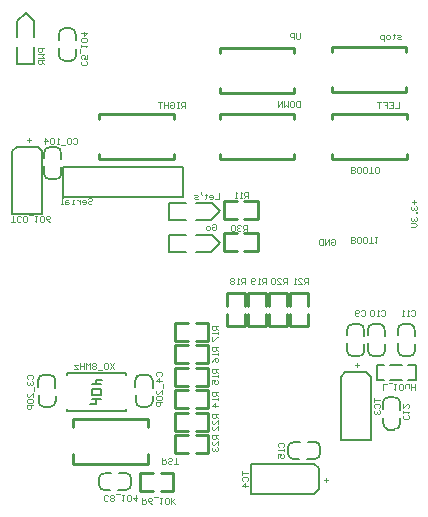
<source format=gbo>
G04*
G04 #@! TF.GenerationSoftware,Altium Limited,Altium Designer,18.0.11 (651)*
G04*
G04 Layer_Color=32896*
%FSLAX25Y25*%
%MOIN*%
G70*
G01*
G75*
%ADD11C,0.00787*%
%ADD13C,0.01000*%
%ADD14C,0.00800*%
%ADD15C,0.00299*%
%ADD16C,0.00276*%
%ADD78C,0.00600*%
D11*
X49500Y-165300D02*
G03*
X51100Y-163400I-150J1750D01*
G01*
X40400Y-163400D02*
G03*
X42500Y-165400I2050J50D01*
G01*
X42500Y-159700D02*
G03*
X40400Y-161400I-200J-1900D01*
G01*
X51100Y-161400D02*
G03*
X49500Y-159600I-1700J100D01*
G01*
X58300Y-128500D02*
G03*
X56400Y-126900I-1750J-150D01*
G01*
X56400Y-137600D02*
G03*
X58400Y-135500I-50J2050D01*
G01*
X52700Y-135500D02*
G03*
X54400Y-137600I1900J-200D01*
G01*
X54400Y-126900D02*
G03*
X52600Y-128500I-100J-1700D01*
G01*
X25935Y-128521D02*
G03*
X24035Y-126921I-1750J-150D01*
G01*
X24035Y-137621D02*
G03*
X26035Y-135521I-50J2050D01*
G01*
X20335Y-135521D02*
G03*
X22035Y-137621I1900J-200D01*
G01*
X22035Y-126921D02*
G03*
X20235Y-128521I-100J-1700D01*
G01*
X22200Y-60000D02*
G03*
X24100Y-61600I1750J150D01*
G01*
X24100Y-50900D02*
G03*
X22100Y-53000I50J-2050D01*
G01*
X27800Y-53000D02*
G03*
X26100Y-50900I-1900J200D01*
G01*
X26100Y-61600D02*
G03*
X27900Y-60000I100J1700D01*
G01*
X112500Y-154900D02*
G03*
X114100Y-153000I-150J1750D01*
G01*
X103400Y-153000D02*
G03*
X105500Y-155000I2050J50D01*
G01*
X105500Y-149300D02*
G03*
X103400Y-151000I-200J-1900D01*
G01*
X114100Y-151000D02*
G03*
X112500Y-149200I-1700J100D01*
G01*
X140800Y-136000D02*
G03*
X138900Y-134400I-1750J-150D01*
G01*
X138900Y-145100D02*
G03*
X140900Y-143000I-50J2050D01*
G01*
X135200Y-143000D02*
G03*
X136900Y-145100I1900J-200D01*
G01*
X136900Y-134400D02*
G03*
X135100Y-136000I-100J-1700D01*
G01*
X140100Y-119000D02*
G03*
X142000Y-120600I1750J150D01*
G01*
X142000Y-109900D02*
G03*
X140000Y-112000I50J-2050D01*
G01*
X145700Y-112000D02*
G03*
X144000Y-109900I-1900J200D01*
G01*
X144000Y-120600D02*
G03*
X145800Y-119000I100J1700D01*
G01*
X130100Y-119000D02*
G03*
X132000Y-120600I1750J150D01*
G01*
X132000Y-109900D02*
G03*
X130000Y-112000I50J-2050D01*
G01*
X135700Y-112000D02*
G03*
X134000Y-109900I-1900J200D01*
G01*
X134000Y-120600D02*
G03*
X135800Y-119000I100J1700D01*
G01*
X123200Y-119000D02*
G03*
X125100Y-120600I1750J150D01*
G01*
X125100Y-109900D02*
G03*
X123100Y-112000I50J-2050D01*
G01*
X128800Y-112000D02*
G03*
X127100Y-109900I-1900J200D01*
G01*
X127100Y-120600D02*
G03*
X128900Y-119000I100J1700D01*
G01*
X27100Y-20500D02*
G03*
X29000Y-22100I1750J150D01*
G01*
X29000Y-11400D02*
G03*
X27000Y-13500I50J-2050D01*
G01*
X32700Y-13500D02*
G03*
X31000Y-11400I-1900J200D01*
G01*
X31000Y-22100D02*
G03*
X32800Y-20500I100J1700D01*
G01*
X42500Y-159700D02*
X44300D01*
X40400Y-163400D02*
Y-161400D01*
X42500Y-165400D02*
X44100D01*
X46900Y-165300D02*
X49500D01*
X51100Y-163400D02*
Y-161400D01*
X47200Y-159600D02*
X49500D01*
X52700Y-135500D02*
Y-133700D01*
X54400Y-137600D02*
X56400D01*
X58400Y-135500D02*
Y-133900D01*
X58300Y-131100D02*
Y-128500D01*
X54400Y-126900D02*
X56400D01*
X52600Y-130800D02*
Y-128500D01*
X20335Y-135521D02*
Y-133721D01*
X22035Y-137621D02*
X24035D01*
X26035Y-135521D02*
Y-133921D01*
X25935Y-131121D02*
Y-128521D01*
X22035Y-126921D02*
X24035D01*
X20235Y-130821D02*
Y-128521D01*
X27800Y-54800D02*
Y-53000D01*
X24100Y-50900D02*
X26100D01*
X22100Y-54600D02*
Y-53000D01*
X22200Y-60000D02*
Y-57400D01*
X24100Y-61600D02*
X26100D01*
X27900Y-60000D02*
Y-57700D01*
X13000Y-50815D02*
X20000D01*
X21500Y-52315D01*
Y-73315D02*
Y-52315D01*
X11500D02*
X13000Y-50815D01*
X11500Y-73315D02*
Y-52315D01*
X12500Y-73315D02*
X21500D01*
X11500D02*
X20500D01*
X28500Y-67500D02*
Y-57500D01*
Y-67500D02*
X68500D01*
X28500Y-57500D02*
X68500D01*
Y-67500D02*
Y-57500D01*
X91185Y-165500D02*
Y-156500D01*
Y-166500D02*
Y-157500D01*
Y-156500D02*
X112185D01*
X113685Y-158000D01*
X91185Y-166500D02*
X112185D01*
X113685Y-165000D01*
Y-158000D01*
X105500Y-149300D02*
X107300D01*
X103400Y-153000D02*
Y-151000D01*
X105500Y-155000D02*
X107100D01*
X109900Y-154900D02*
X112500D01*
X114100Y-153000D02*
Y-151000D01*
X110200Y-149200D02*
X112500D01*
X135200Y-143000D02*
Y-141200D01*
X136900Y-145100D02*
X138900D01*
X140900Y-143000D02*
Y-141400D01*
X140800Y-138600D02*
Y-136000D01*
X136900Y-134400D02*
X138900D01*
X135100Y-138300D02*
Y-136000D01*
X145700Y-113800D02*
Y-112000D01*
X142000Y-109900D02*
X144000D01*
X140000Y-113600D02*
Y-112000D01*
X140100Y-119000D02*
Y-116400D01*
X142000Y-120600D02*
X144000D01*
X145800Y-119000D02*
Y-116700D01*
X135700Y-113800D02*
Y-112000D01*
X132000Y-109900D02*
X134000D01*
X130000Y-113600D02*
Y-112000D01*
X130100Y-119000D02*
Y-116400D01*
X132000Y-120600D02*
X134000D01*
X135800Y-119000D02*
Y-116700D01*
X128800Y-113800D02*
Y-112000D01*
X125100Y-109900D02*
X127100D01*
X123100Y-113600D02*
Y-112000D01*
X123200Y-119000D02*
Y-116400D01*
X125100Y-120600D02*
X127100D01*
X128900Y-119000D02*
Y-116700D01*
X121000Y-148500D02*
X130000D01*
X122000D02*
X131000D01*
X121000D02*
Y-127500D01*
X122500Y-126000D01*
X131000Y-148500D02*
Y-127500D01*
X129500Y-126000D02*
X131000Y-127500D01*
X122500Y-126000D02*
X129500D01*
X32700Y-15300D02*
Y-13500D01*
X29000Y-11400D02*
X31000D01*
X27000Y-15100D02*
Y-13500D01*
X27100Y-20500D02*
Y-17900D01*
X29000Y-22100D02*
X31000D01*
X32800Y-20500D02*
Y-18200D01*
D13*
X93299Y-75000D02*
Y-69000D01*
X82099Y-75000D02*
Y-69000D01*
X88799D02*
X93299D01*
X88799Y-75000D02*
X93299D01*
X82099Y-69000D02*
X86299D01*
X82099Y-75000D02*
X86299D01*
X54000Y-165500D02*
Y-159500D01*
X65200Y-165500D02*
Y-159500D01*
X54000Y-165500D02*
X58500D01*
X54000Y-159500D02*
X58500D01*
X61000Y-165500D02*
X65200D01*
X61000Y-159500D02*
X65200D01*
X93299Y-85500D02*
Y-79500D01*
X82099Y-85500D02*
Y-79500D01*
X88799D02*
X93299D01*
X88799Y-85500D02*
X93299D01*
X82099Y-79500D02*
X86299D01*
X82099Y-85500D02*
X86299D01*
X65364Y-41600D02*
Y-40020D01*
X40561Y-41600D02*
Y-40020D01*
X65364Y-54980D02*
Y-53400D01*
X40561Y-54980D02*
Y-53400D01*
Y-40020D02*
X65364D01*
X40561Y-54980D02*
X65364D01*
X80636Y-32980D02*
Y-31400D01*
X105439Y-32980D02*
Y-31400D01*
X80636Y-19600D02*
Y-18020D01*
X105439Y-19600D02*
Y-18020D01*
X80636Y-32980D02*
X105439D01*
X80636Y-18020D02*
X105439D01*
X80636Y-54980D02*
Y-53400D01*
X105439Y-54980D02*
Y-53400D01*
X80636Y-41600D02*
Y-40020D01*
X105439Y-41600D02*
Y-40020D01*
X80636Y-54980D02*
X105439D01*
X80636Y-40020D02*
X105439D01*
X142954Y-41600D02*
Y-40020D01*
X118151Y-41600D02*
Y-40020D01*
X142954Y-54980D02*
Y-53400D01*
X118151Y-54980D02*
Y-53400D01*
Y-40020D02*
X142954D01*
X118151Y-54980D02*
X142954D01*
X118046Y-32480D02*
Y-30900D01*
X142849Y-32480D02*
Y-30900D01*
X118046Y-19100D02*
Y-17520D01*
X142849Y-19100D02*
Y-17520D01*
X118046Y-32480D02*
X142849D01*
X118046Y-17520D02*
X142849D01*
X56659Y-144400D02*
Y-141520D01*
X31856Y-144400D02*
Y-141520D01*
X56659Y-156480D02*
Y-153200D01*
X31856Y-156480D02*
Y-153200D01*
Y-141520D02*
X56659D01*
X31856Y-156480D02*
X56659D01*
X65701Y-153000D02*
Y-147000D01*
X76901Y-153000D02*
Y-147000D01*
X65701Y-153000D02*
X70201D01*
X65701Y-147000D02*
X70201D01*
X72701Y-153000D02*
X76901D01*
X72701Y-147000D02*
X76901D01*
X65701Y-145500D02*
Y-139500D01*
X76901Y-145500D02*
Y-139500D01*
X65701Y-145500D02*
X70201D01*
X65701Y-139500D02*
X70201D01*
X72701Y-145500D02*
X76901D01*
X72701Y-139500D02*
X76901D01*
X65701Y-138000D02*
Y-132000D01*
X76901Y-138000D02*
Y-132000D01*
X65701Y-138000D02*
X70201D01*
X65701Y-132000D02*
X70201D01*
X72701Y-138000D02*
X76901D01*
X72701Y-132000D02*
X76901D01*
X65701Y-130500D02*
Y-124500D01*
X76901Y-130500D02*
Y-124500D01*
X65701Y-130500D02*
X70201D01*
X65701Y-124500D02*
X70201D01*
X72701Y-130500D02*
X76901D01*
X72701Y-124500D02*
X76901D01*
X65701Y-115500D02*
Y-109500D01*
X76901Y-115500D02*
Y-109500D01*
X65701Y-115500D02*
X70201D01*
X65701Y-109500D02*
X70201D01*
X72701Y-115500D02*
X76901D01*
X72701Y-109500D02*
X76901D01*
X65701Y-123000D02*
Y-117000D01*
X76901Y-123000D02*
Y-117000D01*
X65701Y-123000D02*
X70201D01*
X65701Y-117000D02*
X70201D01*
X72701Y-123000D02*
X76901D01*
X72701Y-117000D02*
X76901D01*
X83000Y-99500D02*
X89000D01*
X83000Y-110700D02*
X89000D01*
X83000Y-104000D02*
Y-99500D01*
X89000Y-104000D02*
Y-99500D01*
X83000Y-110700D02*
Y-106500D01*
X89000Y-110700D02*
Y-106500D01*
X90000Y-99500D02*
X96000D01*
X90000Y-110700D02*
X96000D01*
X90000Y-104000D02*
Y-99500D01*
X96000Y-104000D02*
Y-99500D01*
X90000Y-110700D02*
Y-106500D01*
X96000Y-110700D02*
Y-106500D01*
X97000Y-99500D02*
X103000D01*
X97000Y-110700D02*
X103000D01*
X97000Y-104000D02*
Y-99500D01*
X103000Y-104000D02*
Y-99500D01*
X97000Y-110700D02*
Y-106500D01*
X103000Y-110700D02*
Y-106500D01*
X104000Y-99500D02*
X110000D01*
X104000Y-110700D02*
X110000D01*
X104000Y-104000D02*
Y-99500D01*
X110000Y-104000D02*
Y-99500D01*
X104000Y-110700D02*
Y-106500D01*
X110000Y-110700D02*
Y-106500D01*
D14*
X78000Y-80200D02*
X80774Y-82974D01*
X77949Y-85800D02*
X80774Y-82974D01*
X77875Y-85800D02*
X77949D01*
X72700Y-80200D02*
X78000D01*
X72700Y-85800D02*
X77949D01*
X63900Y-80200D02*
X69300D01*
X63900Y-80400D02*
Y-80200D01*
Y-85800D02*
Y-80400D01*
Y-85800D02*
X64000D01*
X69300D01*
X78000Y-69500D02*
X80774Y-72274D01*
X77949Y-75100D02*
X80774Y-72274D01*
X77875Y-75100D02*
X77949D01*
X72700Y-69500D02*
X78000D01*
X72700Y-75100D02*
X77949D01*
X63900Y-69500D02*
X69300D01*
X63900Y-69700D02*
Y-69500D01*
Y-75100D02*
Y-69700D01*
Y-75100D02*
X64000D01*
X69300D01*
X13200Y-9000D02*
X15974Y-6226D01*
X18800Y-9051D01*
Y-9125D02*
Y-9051D01*
X13200Y-14300D02*
Y-9000D01*
X18800Y-14300D02*
Y-9051D01*
X13200Y-23100D02*
Y-17700D01*
Y-23100D02*
X13400D01*
X18800D01*
Y-23000D01*
Y-17700D01*
X133000Y-128500D02*
X135500D01*
X133000D02*
Y-123500D01*
X135500D01*
X143500Y-128500D02*
X146000D01*
Y-123500D01*
X143500D02*
X146000D01*
X137500Y-128500D02*
X141500D01*
X137500Y-123500D02*
X141500D01*
X29657Y-126200D02*
X49342D01*
X29657Y-126843D02*
Y-126200D01*
X49342Y-126842D02*
Y-126200D01*
Y-138799D02*
Y-138157D01*
X29657Y-138799D02*
Y-138155D01*
Y-138799D02*
X49342D01*
D15*
X17000Y-47815D02*
Y-49148D01*
X16334Y-48481D02*
X17667D01*
X116685Y-162000D02*
X115352D01*
X116019Y-161334D02*
Y-162667D01*
X126500Y-123000D02*
Y-124333D01*
X125834Y-123667D02*
X127167D01*
X124500Y-59499D02*
Y-57500D01*
X125500D01*
X125833Y-57833D01*
Y-58166D01*
X125500Y-58500D01*
X124500D01*
X125500D01*
X125833Y-58833D01*
Y-59166D01*
X125500Y-59499D01*
X124500D01*
X127499D02*
X126833D01*
X126499Y-59166D01*
Y-57833D01*
X126833Y-57500D01*
X127499D01*
X127832Y-57833D01*
Y-59166D01*
X127499Y-59499D01*
X129498D02*
X128832D01*
X128499Y-59166D01*
Y-57833D01*
X128832Y-57500D01*
X129498D01*
X129832Y-57833D01*
Y-59166D01*
X129498Y-59499D01*
X130498D02*
X131831D01*
X131165D01*
Y-57500D01*
X132497Y-59166D02*
X132831Y-59499D01*
X133497D01*
X133830Y-59166D01*
Y-57833D01*
X133497Y-57500D01*
X132831D01*
X132497Y-57833D01*
Y-59166D01*
X124500Y-82999D02*
Y-81000D01*
X125500D01*
X125833Y-81333D01*
Y-81666D01*
X125500Y-82000D01*
X124500D01*
X125500D01*
X125833Y-82333D01*
Y-82666D01*
X125500Y-82999D01*
X124500D01*
X127499D02*
X126833D01*
X126499Y-82666D01*
Y-81333D01*
X126833Y-81000D01*
X127499D01*
X127832Y-81333D01*
Y-82666D01*
X127499Y-82999D01*
X129498D02*
X128832D01*
X128499Y-82666D01*
Y-81333D01*
X128832Y-81000D01*
X129498D01*
X129832Y-81333D01*
Y-82666D01*
X129498Y-82999D01*
X130498D02*
X131831D01*
X131165D01*
Y-81000D01*
X132497D02*
X133164D01*
X132831D01*
Y-82999D01*
X132497Y-82666D01*
X117667Y-81834D02*
X118000Y-81501D01*
X118667D01*
X119000Y-81834D01*
Y-83167D01*
X118667Y-83500D01*
X118000D01*
X117667Y-83167D01*
Y-82500D01*
X118333D01*
X117001Y-83500D02*
Y-81501D01*
X115668Y-83500D01*
Y-81501D01*
X115001D02*
Y-83500D01*
X114002D01*
X113668Y-83167D01*
Y-81834D01*
X114002Y-81501D01*
X115001D01*
X145500Y-68500D02*
Y-69833D01*
X144834Y-69166D02*
X146167D01*
X144834Y-70499D02*
X144501Y-70833D01*
Y-71499D01*
X144834Y-71832D01*
X145167D01*
X145500Y-71499D01*
Y-71166D01*
Y-71499D01*
X145834Y-71832D01*
X146167D01*
X146500Y-71499D01*
Y-70833D01*
X146167Y-70499D01*
X146500Y-72499D02*
X146167D01*
Y-72832D01*
X146500D01*
Y-72499D01*
X144834Y-74165D02*
X144501Y-74498D01*
Y-75165D01*
X144834Y-75498D01*
X145167D01*
X145500Y-75165D01*
Y-74831D01*
Y-75165D01*
X145834Y-75498D01*
X146167D01*
X146500Y-75165D01*
Y-74498D01*
X146167Y-74165D01*
X144501Y-76164D02*
X145834D01*
X146500Y-76831D01*
X145834Y-77497D01*
X144501D01*
X107591Y-13001D02*
Y-14667D01*
X107257Y-15000D01*
X106591D01*
X106258Y-14667D01*
Y-13001D01*
X105591Y-15000D02*
Y-13001D01*
X104592D01*
X104258Y-13334D01*
Y-14000D01*
X104592Y-14333D01*
X105591D01*
X88186Y-159000D02*
Y-160333D01*
Y-159667D01*
X90185D01*
X88519Y-162332D02*
X88186Y-161999D01*
Y-161333D01*
X88519Y-160999D01*
X89852D01*
X90185Y-161333D01*
Y-161999D01*
X89852Y-162332D01*
X90185Y-163998D02*
X88186D01*
X89185Y-162999D01*
Y-164332D01*
X132001Y-134500D02*
Y-135833D01*
Y-135167D01*
X134000D01*
X132334Y-137832D02*
X132001Y-137499D01*
Y-136833D01*
X132334Y-136499D01*
X133667D01*
X134000Y-136833D01*
Y-137499D01*
X133667Y-137832D01*
X132334Y-138499D02*
X132001Y-138832D01*
Y-139498D01*
X132334Y-139832D01*
X132667D01*
X133000Y-139498D01*
Y-139165D01*
Y-139498D01*
X133334Y-139832D01*
X133667D01*
X134000Y-139498D01*
Y-138832D01*
X133667Y-138499D01*
X141000Y-15000D02*
X140000D01*
X139667Y-14667D01*
X140000Y-14333D01*
X140667D01*
X141000Y-14000D01*
X140667Y-13667D01*
X139667D01*
X138667Y-13334D02*
Y-13667D01*
X139001D01*
X138334D01*
X138667D01*
Y-14667D01*
X138334Y-15000D01*
X137001D02*
X136335D01*
X136002Y-14667D01*
Y-14000D01*
X136335Y-13667D01*
X137001D01*
X137335Y-14000D01*
Y-14667D01*
X137001Y-15000D01*
X135335Y-15666D02*
Y-13667D01*
X134335D01*
X134002Y-14000D01*
Y-14667D01*
X134335Y-15000D01*
X135335D01*
X36667Y-68334D02*
X37000Y-68001D01*
X37667D01*
X38000Y-68334D01*
Y-68667D01*
X37667Y-69000D01*
X37000D01*
X36667Y-69334D01*
Y-69667D01*
X37000Y-70000D01*
X37667D01*
X38000Y-69667D01*
X35001Y-70000D02*
X35667D01*
X36001Y-69667D01*
Y-69000D01*
X35667Y-68667D01*
X35001D01*
X34668Y-69000D01*
Y-69334D01*
X36001D01*
X34001Y-68667D02*
Y-70000D01*
Y-69334D01*
X33668Y-69000D01*
X33335Y-68667D01*
X33002D01*
X32002Y-70000D02*
X31335D01*
X31669D01*
Y-68667D01*
X32002D01*
X30003D02*
X29336D01*
X29003Y-69000D01*
Y-70000D01*
X30003D01*
X30336Y-69667D01*
X30003Y-69334D01*
X29003D01*
X28337Y-70000D02*
X27670D01*
X28003D01*
Y-68001D01*
X28337D01*
X69000Y-38000D02*
Y-36001D01*
X68000D01*
X67667Y-36334D01*
Y-37000D01*
X68000Y-37334D01*
X69000D01*
X68334D02*
X67667Y-38000D01*
X67001Y-36001D02*
X66334D01*
X66667D01*
Y-38000D01*
X67001D01*
X66334D01*
X64002Y-36334D02*
X64335Y-36001D01*
X65001D01*
X65334Y-36334D01*
Y-37667D01*
X65001Y-38000D01*
X64335D01*
X64002Y-37667D01*
Y-37000D01*
X64668D01*
X63335Y-36001D02*
Y-38000D01*
Y-37000D01*
X62002D01*
Y-36001D01*
Y-38000D01*
X61336Y-36001D02*
X60003D01*
X60669D01*
Y-38000D01*
X89799Y-79000D02*
Y-77001D01*
X88800D01*
X88466Y-77334D01*
Y-78000D01*
X88800Y-78334D01*
X89799D01*
X89133D02*
X88466Y-79000D01*
X87800Y-77334D02*
X87467Y-77001D01*
X86800D01*
X86467Y-77334D01*
Y-77667D01*
X86800Y-78000D01*
X87133D01*
X86800D01*
X86467Y-78334D01*
Y-78667D01*
X86800Y-79000D01*
X87467D01*
X87800Y-78667D01*
X85800Y-77334D02*
X85467Y-77001D01*
X84801D01*
X84468Y-77334D01*
Y-78667D01*
X84801Y-79000D01*
X85467D01*
X85800Y-78667D01*
Y-77334D01*
X80000Y-147000D02*
X78001D01*
Y-148000D01*
X78334Y-148333D01*
X79000D01*
X79334Y-148000D01*
Y-147000D01*
Y-147667D02*
X80000Y-148333D01*
Y-150332D02*
Y-148999D01*
X78667Y-150332D01*
X78334D01*
X78001Y-149999D01*
Y-149333D01*
X78334Y-148999D01*
Y-150999D02*
X78001Y-151332D01*
Y-151998D01*
X78334Y-152332D01*
X78667D01*
X79000Y-151998D01*
Y-151665D01*
Y-151998D01*
X79334Y-152332D01*
X79667D01*
X80000Y-151998D01*
Y-151332D01*
X79667Y-150999D01*
X80000Y-140000D02*
X78001D01*
Y-141000D01*
X78334Y-141333D01*
X79000D01*
X79334Y-141000D01*
Y-140000D01*
Y-140666D02*
X80000Y-141333D01*
Y-143332D02*
Y-141999D01*
X78667Y-143332D01*
X78334D01*
X78001Y-142999D01*
Y-142333D01*
X78334Y-141999D01*
X80000Y-145332D02*
Y-143999D01*
X78667Y-145332D01*
X78334D01*
X78001Y-144998D01*
Y-144332D01*
X78334Y-143999D01*
X110200Y-96700D02*
Y-94701D01*
X109200D01*
X108867Y-95034D01*
Y-95700D01*
X109200Y-96034D01*
X110200D01*
X109534D02*
X108867Y-96700D01*
X106868D02*
X108201D01*
X106868Y-95367D01*
Y-95034D01*
X107201Y-94701D01*
X107867D01*
X108201Y-95034D01*
X106201Y-96700D02*
X105535D01*
X105868D01*
Y-94701D01*
X106201Y-95034D01*
X103200Y-96700D02*
Y-94701D01*
X102200D01*
X101867Y-95034D01*
Y-95700D01*
X102200Y-96034D01*
X103200D01*
X102533D02*
X101867Y-96700D01*
X99868D02*
X101201D01*
X99868Y-95367D01*
Y-95034D01*
X100201Y-94701D01*
X100867D01*
X101201Y-95034D01*
X99201D02*
X98868Y-94701D01*
X98202D01*
X97868Y-95034D01*
Y-96367D01*
X98202Y-96700D01*
X98868D01*
X99201Y-96367D01*
Y-95034D01*
X96200Y-96700D02*
Y-94701D01*
X95200D01*
X94867Y-95034D01*
Y-95700D01*
X95200Y-96034D01*
X96200D01*
X95534D02*
X94867Y-96700D01*
X94201D02*
X93534D01*
X93867D01*
Y-94701D01*
X94201Y-95034D01*
X92535Y-96367D02*
X92201Y-96700D01*
X91535D01*
X91202Y-96367D01*
Y-95034D01*
X91535Y-94701D01*
X92201D01*
X92535Y-95034D01*
Y-95367D01*
X92201Y-95700D01*
X91202D01*
X89200Y-96700D02*
Y-94701D01*
X88200D01*
X87867Y-95034D01*
Y-95700D01*
X88200Y-96034D01*
X89200D01*
X88534D02*
X87867Y-96700D01*
X87201D02*
X86534D01*
X86867D01*
Y-94701D01*
X87201Y-95034D01*
X85535D02*
X85201Y-94701D01*
X84535D01*
X84202Y-95034D01*
Y-95367D01*
X84535Y-95700D01*
X84202Y-96034D01*
Y-96367D01*
X84535Y-96700D01*
X85201D01*
X85535Y-96367D01*
Y-96034D01*
X85201Y-95700D01*
X85535Y-95367D01*
Y-95034D01*
X85201Y-95700D02*
X84535D01*
X80000Y-110500D02*
X78001D01*
Y-111500D01*
X78334Y-111833D01*
X79000D01*
X79334Y-111500D01*
Y-110500D01*
Y-111167D02*
X80000Y-111833D01*
Y-112499D02*
Y-113166D01*
Y-112833D01*
X78001D01*
X78334Y-112499D01*
X78001Y-114165D02*
Y-115498D01*
X78334D01*
X79667Y-114165D01*
X80000D01*
Y-117500D02*
X78001D01*
Y-118500D01*
X78334Y-118833D01*
X79000D01*
X79334Y-118500D01*
Y-117500D01*
Y-118166D02*
X80000Y-118833D01*
Y-119499D02*
Y-120166D01*
Y-119833D01*
X78001D01*
X78334Y-119499D01*
X78001Y-122498D02*
X78334Y-121832D01*
X79000Y-121166D01*
X79667D01*
X80000Y-121499D01*
Y-122165D01*
X79667Y-122498D01*
X79334D01*
X79000Y-122165D01*
Y-121166D01*
X80000Y-125000D02*
X78001D01*
Y-126000D01*
X78334Y-126333D01*
X79000D01*
X79334Y-126000D01*
Y-125000D01*
Y-125666D02*
X80000Y-126333D01*
Y-126999D02*
Y-127666D01*
Y-127333D01*
X78001D01*
X78334Y-126999D01*
X78001Y-129998D02*
Y-128665D01*
X79000D01*
X78667Y-129332D01*
Y-129665D01*
X79000Y-129998D01*
X79667D01*
X80000Y-129665D01*
Y-128999D01*
X79667Y-128665D01*
X80000Y-132500D02*
X78001D01*
Y-133500D01*
X78334Y-133833D01*
X79000D01*
X79334Y-133500D01*
Y-132500D01*
Y-133167D02*
X80000Y-133833D01*
Y-134499D02*
Y-135166D01*
Y-134833D01*
X78001D01*
X78334Y-134499D01*
X80000Y-137165D02*
X78001D01*
X79000Y-136165D01*
Y-137498D01*
X90000Y-68000D02*
Y-66001D01*
X89000D01*
X88667Y-66334D01*
Y-67000D01*
X89000Y-67334D01*
X90000D01*
X89334D02*
X88667Y-68000D01*
X88001D02*
X87334D01*
X87667D01*
Y-66001D01*
X88001Y-66334D01*
X86335Y-68000D02*
X85668D01*
X86001D01*
Y-66001D01*
X86335Y-66334D01*
X78167Y-76834D02*
X78500Y-76501D01*
X79167D01*
X79500Y-76834D01*
Y-78167D01*
X79167Y-78500D01*
X78500D01*
X78167Y-78167D01*
Y-77500D01*
X78834D01*
X77167Y-78500D02*
X76501D01*
X76168Y-78167D01*
Y-77500D01*
X76501Y-77167D01*
X77167D01*
X77501Y-77500D01*
Y-78167D01*
X77167Y-78500D01*
X80500Y-66301D02*
Y-68300D01*
X79167D01*
X77501D02*
X78167D01*
X78501Y-67967D01*
Y-67300D01*
X78167Y-66967D01*
X77501D01*
X77168Y-67300D01*
Y-67634D01*
X78501D01*
X76168Y-66634D02*
Y-66967D01*
X76501D01*
X75835D01*
X76168D01*
Y-67967D01*
X75835Y-68300D01*
X74502Y-65967D02*
Y-66634D01*
X74835Y-66967D01*
X73502Y-68300D02*
X72503D01*
X72169Y-67967D01*
X72503Y-67634D01*
X73169D01*
X73502Y-67300D01*
X73169Y-66967D01*
X72169D01*
X140500Y-36001D02*
Y-38000D01*
X139167D01*
X137168Y-36001D02*
X138501D01*
Y-38000D01*
X137168D01*
X138501Y-37000D02*
X137834D01*
X135168Y-36001D02*
X136501D01*
Y-37000D01*
X135835D01*
X136501D01*
Y-38000D01*
X134502Y-36001D02*
X133169D01*
X133835D01*
Y-38000D01*
X107591Y-35501D02*
Y-37500D01*
X106591D01*
X106258Y-37167D01*
Y-35834D01*
X106591Y-35501D01*
X107591D01*
X104592D02*
X105258D01*
X105591Y-35834D01*
Y-37167D01*
X105258Y-37500D01*
X104592D01*
X104258Y-37167D01*
Y-35834D01*
X104592Y-35501D01*
X103592D02*
Y-37500D01*
X102925Y-36834D01*
X102259Y-37500D01*
Y-35501D01*
X101593Y-37500D02*
Y-35501D01*
X100260Y-37500D01*
Y-35501D01*
X100334Y-150933D02*
X100001Y-150600D01*
Y-149933D01*
X100334Y-149600D01*
X101667D01*
X102000Y-149933D01*
Y-150600D01*
X101667Y-150933D01*
X102000Y-151599D02*
Y-152266D01*
Y-151933D01*
X100001D01*
X100334Y-151599D01*
X100001Y-154598D02*
Y-153266D01*
X101000D01*
X100667Y-153932D01*
Y-154265D01*
X101000Y-154598D01*
X101667D01*
X102000Y-154265D01*
Y-153599D01*
X101667Y-153266D01*
X143566Y-140167D02*
X143899Y-140500D01*
Y-141167D01*
X143566Y-141500D01*
X142233D01*
X141900Y-141167D01*
Y-140500D01*
X142233Y-140167D01*
X141900Y-139501D02*
Y-138834D01*
Y-139167D01*
X143899D01*
X143566Y-139501D01*
X141900Y-136502D02*
Y-137835D01*
X143233Y-136502D01*
X143566D01*
X143899Y-136835D01*
Y-137501D01*
X143566Y-137835D01*
X144567Y-105534D02*
X144900Y-105201D01*
X145566D01*
X145899Y-105534D01*
Y-106867D01*
X145566Y-107200D01*
X144900D01*
X144567Y-106867D01*
X143900Y-107200D02*
X143234D01*
X143567D01*
Y-105201D01*
X143900Y-105534D01*
X142234Y-107200D02*
X141568D01*
X141901D01*
Y-105201D01*
X142234Y-105534D01*
X134566D02*
X134900Y-105201D01*
X135566D01*
X135899Y-105534D01*
Y-106867D01*
X135566Y-107200D01*
X134900D01*
X134566Y-106867D01*
X133900Y-107200D02*
X133234D01*
X133567D01*
Y-105201D01*
X133900Y-105534D01*
X132234D02*
X131901Y-105201D01*
X131234D01*
X130901Y-105534D01*
Y-106867D01*
X131234Y-107200D01*
X131901D01*
X132234Y-106867D01*
Y-105534D01*
X127667D02*
X128000Y-105201D01*
X128667D01*
X129000Y-105534D01*
Y-106867D01*
X128667Y-107200D01*
X128000D01*
X127667Y-106867D01*
X127001D02*
X126667Y-107200D01*
X126001D01*
X125668Y-106867D01*
Y-105534D01*
X126001Y-105201D01*
X126667D01*
X127001Y-105534D01*
Y-105867D01*
X126667Y-106200D01*
X125668D01*
X54799Y-168000D02*
Y-169999D01*
X55799D01*
X56132Y-169666D01*
Y-169000D01*
X55799Y-168667D01*
X54799D01*
X55466D02*
X56132Y-168000D01*
X58131Y-169999D02*
X57465Y-169666D01*
X56799Y-169000D01*
Y-168333D01*
X57132Y-168000D01*
X57798D01*
X58131Y-168333D01*
Y-168667D01*
X57798Y-169000D01*
X56799D01*
X58798Y-167667D02*
X60131D01*
X60797Y-168000D02*
X61464D01*
X61130D01*
Y-169999D01*
X60797Y-169666D01*
X62463D02*
X62797Y-169999D01*
X63463D01*
X63796Y-169666D01*
Y-168333D01*
X63463Y-168000D01*
X62797D01*
X62463Y-168333D01*
Y-169666D01*
X64463Y-169999D02*
Y-168000D01*
Y-168667D01*
X65796Y-169999D01*
X64796Y-169000D01*
X65796Y-168000D01*
X61500Y-154500D02*
Y-156499D01*
X62500D01*
X62833Y-156166D01*
Y-155500D01*
X62500Y-155166D01*
X61500D01*
X62166D02*
X62833Y-154500D01*
X64832Y-156166D02*
X64499Y-156499D01*
X63833D01*
X63499Y-156166D01*
Y-155833D01*
X63833Y-155500D01*
X64499D01*
X64832Y-155166D01*
Y-154833D01*
X64499Y-154500D01*
X63833D01*
X63499Y-154833D01*
X65499Y-156499D02*
X66832D01*
X66165D01*
Y-154500D01*
X22000Y-18000D02*
X20001D01*
Y-19000D01*
X20334Y-19333D01*
X21000D01*
X21334Y-19000D01*
Y-18000D01*
X20001Y-19999D02*
X22000D01*
X21334Y-20666D01*
X22000Y-21332D01*
X20001D01*
X22000Y-21999D02*
X20001D01*
Y-22998D01*
X20334Y-23332D01*
X21000D01*
X21334Y-22998D01*
Y-21999D01*
Y-22665D02*
X22000Y-23332D01*
X43333Y-168566D02*
X43000Y-168899D01*
X42333D01*
X42000Y-168566D01*
Y-167233D01*
X42333Y-166900D01*
X43000D01*
X43333Y-167233D01*
X43999Y-168566D02*
X44333Y-168899D01*
X44999D01*
X45332Y-168566D01*
Y-168233D01*
X44999Y-167900D01*
X45332Y-167567D01*
Y-167233D01*
X44999Y-166900D01*
X44333D01*
X43999Y-167233D01*
Y-167567D01*
X44333Y-167900D01*
X43999Y-168233D01*
Y-168566D01*
X44333Y-167900D02*
X44999D01*
X45999Y-166567D02*
X47332D01*
X47998Y-166900D02*
X48665D01*
X48331D01*
Y-168899D01*
X47998Y-168566D01*
X49664D02*
X49997Y-168899D01*
X50664D01*
X50997Y-168566D01*
Y-167233D01*
X50664Y-166900D01*
X49997D01*
X49664Y-167233D01*
Y-168566D01*
X52663Y-166900D02*
Y-168899D01*
X51664Y-167900D01*
X52996D01*
X45500Y-123001D02*
X44167Y-125000D01*
Y-123001D02*
X45500Y-125000D01*
X43501Y-123334D02*
X43167Y-123001D01*
X42501D01*
X42168Y-123334D01*
Y-124667D01*
X42501Y-125000D01*
X43167D01*
X43501Y-124667D01*
Y-123334D01*
X41501Y-125333D02*
X40168D01*
X39502Y-123334D02*
X39169Y-123001D01*
X38502D01*
X38169Y-123334D01*
Y-123667D01*
X38502Y-124000D01*
X38169Y-124334D01*
Y-124667D01*
X38502Y-125000D01*
X39169D01*
X39502Y-124667D01*
Y-124334D01*
X39169Y-124000D01*
X39502Y-123667D01*
Y-123334D01*
X39169Y-124000D02*
X38502D01*
X37503Y-125000D02*
Y-123001D01*
X36836Y-123667D01*
X36170Y-123001D01*
Y-125000D01*
X35503Y-123001D02*
Y-125000D01*
Y-124000D01*
X34170D01*
Y-123001D01*
Y-125000D01*
X33504Y-123667D02*
X32171D01*
X33504Y-125000D01*
X32171D01*
X11000Y-75814D02*
X12333D01*
X11666D01*
Y-73815D01*
X14332Y-75481D02*
X13999Y-75814D01*
X13333D01*
X12999Y-75481D01*
Y-74148D01*
X13333Y-73815D01*
X13999D01*
X14332Y-74148D01*
X14999Y-75481D02*
X15332Y-75814D01*
X15998D01*
X16332Y-75481D01*
Y-74148D01*
X15998Y-73815D01*
X15332D01*
X14999Y-74148D01*
Y-75481D01*
X16998Y-73482D02*
X18331D01*
X18997Y-73815D02*
X19664D01*
X19331D01*
Y-75814D01*
X18997Y-75481D01*
X20663D02*
X20997Y-75814D01*
X21663D01*
X21996Y-75481D01*
Y-74148D01*
X21663Y-73815D01*
X20997D01*
X20663Y-74148D01*
Y-75481D01*
X23996Y-75814D02*
X23329Y-75481D01*
X22663Y-74815D01*
Y-74148D01*
X22996Y-73815D01*
X23663D01*
X23996Y-74148D01*
Y-74481D01*
X23663Y-74815D01*
X22663D01*
X36166Y-22167D02*
X36499Y-22500D01*
Y-23167D01*
X36166Y-23500D01*
X34833D01*
X34500Y-23167D01*
Y-22500D01*
X34833Y-22167D01*
X36499Y-20168D02*
Y-21501D01*
X35500D01*
X35833Y-20834D01*
Y-20501D01*
X35500Y-20168D01*
X34833D01*
X34500Y-20501D01*
Y-21167D01*
X34833Y-21501D01*
X34167Y-19501D02*
Y-18168D01*
X34500Y-17502D02*
Y-16836D01*
Y-17169D01*
X36499D01*
X36166Y-17502D01*
Y-15836D02*
X36499Y-15503D01*
Y-14836D01*
X36166Y-14503D01*
X34833D01*
X34500Y-14836D01*
Y-15503D01*
X34833Y-15836D01*
X36166D01*
X34500Y-12837D02*
X36499D01*
X35500Y-13837D01*
Y-12504D01*
X59834Y-127333D02*
X59501Y-127000D01*
Y-126333D01*
X59834Y-126000D01*
X61167D01*
X61500Y-126333D01*
Y-127000D01*
X61167Y-127333D01*
X61500Y-128999D02*
X59501D01*
X60500Y-127999D01*
Y-129332D01*
X61833Y-129999D02*
Y-131332D01*
X61500Y-133331D02*
Y-131998D01*
X60167Y-133331D01*
X59834D01*
X59501Y-132998D01*
Y-132331D01*
X59834Y-131998D01*
Y-133997D02*
X59501Y-134331D01*
Y-134997D01*
X59834Y-135330D01*
X61167D01*
X61500Y-134997D01*
Y-134331D01*
X61167Y-133997D01*
X59834D01*
X61500Y-135997D02*
X59501D01*
Y-136996D01*
X59834Y-137330D01*
X60500D01*
X60834Y-136996D01*
Y-135997D01*
X16869Y-128354D02*
X16536Y-128021D01*
Y-127355D01*
X16869Y-127021D01*
X18202D01*
X18535Y-127355D01*
Y-128021D01*
X18202Y-128354D01*
X16869Y-129021D02*
X16536Y-129354D01*
Y-130020D01*
X16869Y-130353D01*
X17202D01*
X17536Y-130020D01*
Y-129687D01*
Y-130020D01*
X17869Y-130353D01*
X18202D01*
X18535Y-130020D01*
Y-129354D01*
X18202Y-129021D01*
X18869Y-131020D02*
Y-132353D01*
X18535Y-134352D02*
Y-133019D01*
X17202Y-134352D01*
X16869D01*
X16536Y-134019D01*
Y-133352D01*
X16869Y-133019D01*
Y-135019D02*
X16536Y-135352D01*
Y-136018D01*
X16869Y-136352D01*
X18202D01*
X18535Y-136018D01*
Y-135352D01*
X18202Y-135019D01*
X16869D01*
X18535Y-137018D02*
X16536D01*
Y-138018D01*
X16869Y-138351D01*
X17536D01*
X17869Y-138018D01*
Y-137018D01*
X31667Y-48334D02*
X32000Y-48001D01*
X32667D01*
X33000Y-48334D01*
Y-49667D01*
X32667Y-50000D01*
X32000D01*
X31667Y-49667D01*
X31001Y-48334D02*
X30667Y-48001D01*
X30001D01*
X29668Y-48334D01*
Y-49667D01*
X30001Y-50000D01*
X30667D01*
X31001Y-49667D01*
Y-48334D01*
X29001Y-50333D02*
X27668D01*
X27002Y-50000D02*
X26335D01*
X26669D01*
Y-48001D01*
X27002Y-48334D01*
X25336D02*
X25003Y-48001D01*
X24336D01*
X24003Y-48334D01*
Y-49667D01*
X24336Y-50000D01*
X25003D01*
X25336Y-49667D01*
Y-48334D01*
X22337Y-50000D02*
Y-48001D01*
X23336Y-49000D01*
X22004D01*
D16*
X135000Y-131968D02*
Y-130000D01*
X136312D01*
X136968Y-129672D02*
X138280D01*
X138936Y-130000D02*
X139592D01*
X139264D01*
Y-131968D01*
X138936Y-131640D01*
X140576D02*
X140904Y-131968D01*
X141560D01*
X141887Y-131640D01*
Y-130328D01*
X141560Y-130000D01*
X140904D01*
X140576Y-130328D01*
Y-131640D01*
X142543Y-131312D02*
Y-130328D01*
X142871Y-130000D01*
X143855D01*
Y-131312D01*
X144511Y-131968D02*
Y-130000D01*
Y-130984D01*
X145823D01*
Y-131968D01*
Y-130000D01*
D78*
X38000Y-133500D02*
Y-131500D01*
Y-130000D02*
X41000D01*
X38000Y-135000D02*
X41000D01*
X39500Y-136500D02*
Y-135000D01*
X38000Y-136500D02*
X39500D01*
Y-130000D02*
Y-128500D01*
X41500D01*
X37500Y-136500D02*
X38000D01*
Y-131500D02*
X41000D01*
X38000Y-133500D02*
X41000D01*
Y-131500D01*
M02*

</source>
